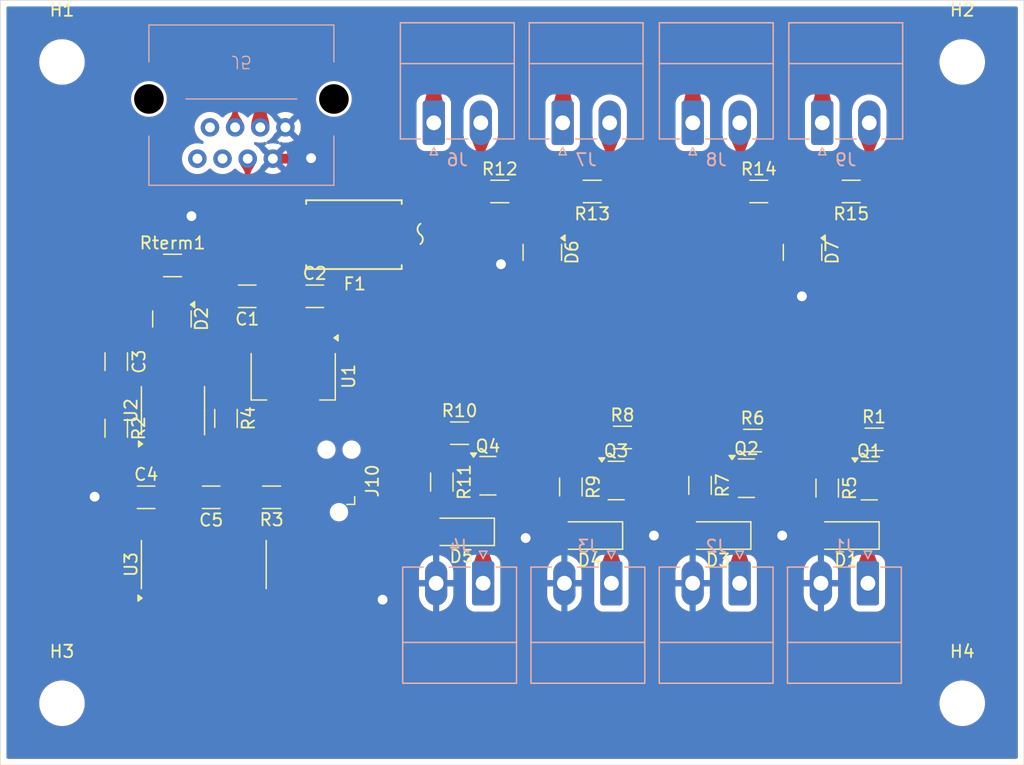
<source format=kicad_pcb>
(kicad_pcb (version 20240108) (generator "pcbnew") (generator_version "8.0")
  (title_block (title "Lamium") (date "2024-11-10") (rev "0.1") (company "B4CKSP4CE") (comment 1 "D. Nourell (@heyflo)") (comment 2 "CERN-OHL-S"))
  (layers (0 "F.Cu" signal) (31 "B.Cu" power) (44 "Edge.Cuts" user))
  (net 0 "")
  (net 1 "GND")
  (net 2 "Net-(U1-VI)")
  (net 3 "+5V")
  (net 4 "Net-(U3-PD7)")
  (net 5 "Net-(D1-K)")
  (net 6 "Net-(D3-K)")
  (net 7 "Net-(D4-K)")
  (net 8 "Net-(D5-K)")
  (net 9 "+12V")
  (net 12 "Net-(Q1-G)")
  (net 13 "Net-(Q2-G)")
  (net 14 "Net-(Q3-G)")
  (net 15 "Net-(Q4-G)")
  (net 16 "OUT1")
  (net 17 "TXEN")
  (net 18 "TX")
  (net 19 "RX")
  (net 20 "OUT2")
  (net 21 "OUT3")
  (net 22 "OUT4")
  (net 23 "SWD")
  (net 24 "IN4")
  (net 25 "IN1")
  (net 26 "IN3")
  (net 27 "STATUS")
  (net 28 "IN2")
  (net 29 "Net-(J6-Pin_2)")
  (net 30 "Net-(J7-Pin_2)")
  (net 31 "Net-(J8-Pin_2)")
  (net 32 "Net-(J9-Pin_2)")
  (net 33 "/485_P")
  (net 34 "/485_N")
  (footprint "Package_TO_SOT_SMD:SOT-23" (layer "F.Cu") (at 177.05 80.4375 -90)
    (property "Reference" "D7" (at 0 -2.4 90) (layer "F.SilkS"))
    (property "Value" "PESD15VS2UT")
    (pad "1" smd roundrect (at -0.9375 -0.95 270) (size 1.475 0.6) (layers "F.Cu" "F.Paste" "F.Mask") (net 24 "IN4"))
    (pad "2" smd roundrect (at -0.9375 0.95 270) (size 1.475 0.6) (layers "F.Cu" "F.Paste" "F.Mask") (net 26 "IN3"))
    (pad "3" smd roundrect (at 0.9375 0 270) (size 1.475 0.6) (layers "F.Cu" "F.Paste" "F.Mask") (net 1 "GND"))
  )
  (footprint "Package_SO:SOIC-8_3.9x4.9mm_P1.27mm" (layer "F.Cu") (at 126 93.275 90)
    (property "Reference" "U2" (at 0 -3.4 90) (layer "F.SilkS"))
    (property "Value" "SN75176BDR")
    (pad "1" smd roundrect (at -2.475 -1.905 90) (size 1.95 0.6) (layers "F.Cu" "F.Paste" "F.Mask") (net 19 "RX"))
    (pad "2" smd roundrect (at -2.475 -0.635 90) (size 1.95 0.6) (layers "F.Cu" "F.Paste" "F.Mask") (net 17 "TXEN"))
    (pad "3" smd roundrect (at -2.475 0.635 90) (size 1.95 0.6) (layers "F.Cu" "F.Paste" "F.Mask") (net 17 "TXEN"))
    (pad "4" smd roundrect (at -2.475 1.905 90) (size 1.95 0.6) (layers "F.Cu" "F.Paste" "F.Mask") (net 18 "TX"))
    (pad "5" smd roundrect (at 2.475 1.905 90) (size 1.95 0.6) (layers "F.Cu" "F.Paste" "F.Mask") (net 1 "GND"))
    (pad "6" smd roundrect (at 2.475 0.635 90) (size 1.95 0.6) (layers "F.Cu" "F.Paste" "F.Mask") (net 34 "/485_N"))
    (pad "7" smd roundrect (at 2.475 -0.635 90) (size 1.95 0.6) (layers "F.Cu" "F.Paste" "F.Mask") (net 33 "/485_P"))
    (pad "8" smd roundrect (at 2.475 -1.905 90) (size 1.95 0.6) (layers "F.Cu" "F.Paste" "F.Mask") (net 3 "+5V"))
  )
  (footprint "Resistor_SMD:R_1206_3216Metric" (layer "F.Cu") (at 149.2375 95.1)
    (property "Reference" "R10" (at 0 -1.82 360) (layer "F.SilkS"))
    (property "Value" "220R")
    (pad "1" smd roundrect (at -1.4625 0) (size 1.125 1.75) (layers "F.Cu" "F.Paste" "F.Mask") (roundrect_rratio 0.222222) (net 15 "Net-(Q4-G)"))
    (pad "2" smd roundrect (at 1.4625 0) (size 1.125 1.75) (layers "F.Cu" "F.Paste" "F.Mask") (roundrect_rratio 0.222222) (net 22 "OUT4"))
  )
  (footprint "Package_TO_SOT_SMD:SOT-23" (layer "F.Cu") (at 161.9375 98.9375)
    (property "Reference" "Q3" (at 0 -2.4 0) (layer "F.SilkS"))
    (property "Value" "AO3402A")
    (pad "1" smd roundrect (at -0.9375 -0.95) (size 1.475 0.6) (layers "F.Cu" "F.Paste" "F.Mask") (net 14 "Net-(Q3-G)"))
    (pad "2" smd roundrect (at -0.9375 0.95) (size 1.475 0.6) (layers "F.Cu" "F.Paste" "F.Mask") (net 1 "GND"))
    (pad "3" smd roundrect (at 0.9375 0) (size 1.475 0.6) (layers "F.Cu" "F.Paste" "F.Mask") (net 7 "Net-(D4-K)"))
  )
  (footprint "Custom:FUSE-SMD_L7.4-W5.4" (layer "F.Cu") (at 140.74 79 180)
    (property "Reference" "F1" (at 0 -4 360) (layer "F.SilkS"))
    (property "Value" "MF-SM075-2")
    (pad "1" smd rect (at -3.74 0 180) (size 2.4 4.6) (layers "F.Cu" "F.Paste" "F.Mask") (net 9 "+12V"))
    (pad "2" smd rect (at 3.74 0 180) (size 2.4 4.6) (layers "F.Cu" "F.Paste" "F.Mask") (net 2 "Net-(U1-VI)"))
  )
  (footprint "Diode_SMD:D_MiniMELF" (layer "F.Cu") (at 149.4 103.1 180)
    (property "Reference" "D5" (at 0 -2 360) (layer "F.SilkS"))
    (property "Value" "LL4448")
    (pad "1" smd roundrect (at -1.75 0 180) (size 1.3 1.7) (layers "F.Cu" "F.Paste" "F.Mask") (roundrect_rratio 0.1923076923) (net 8 "Net-(D5-K)"))
    (pad "2" smd roundrect (at 1.75 0 180) (size 1.3 1.7) (layers "F.Cu" "F.Paste" "F.Mask") (roundrect_rratio 0.1923076923) (net 1 "GND"))
  )
  (footprint "Resistor_SMD:R_1206_3216Metric" (layer "F.Cu") (at 147.8 99.0625 -90)
    (property "Reference" "R11" (at 0 -1.82 90) (layer "F.SilkS"))
    (property "Value" "10K")
    (pad "1" smd roundrect (at -1.4625 0 270) (size 1.125 1.75) (layers "F.Cu" "F.Paste" "F.Mask") (roundrect_rratio 0.222222) (net 15 "Net-(Q4-G)"))
    (pad "2" smd roundrect (at 1.4625 0 270) (size 1.125 1.75) (layers "F.Cu" "F.Paste" "F.Mask") (roundrect_rratio 0.222222) (net 1 "GND"))
  )
  (footprint "Resistor_SMD:R_1206_3216Metric" (layer "F.Cu") (at 158.2625 99.4625 -90)
    (property "Reference" "R9" (at 0 -1.82 90) (layer "F.SilkS"))
    (property "Value" "10K")
    (pad "1" smd roundrect (at -1.4625 0 270) (size 1.125 1.75) (layers "F.Cu" "F.Paste" "F.Mask") (roundrect_rratio 0.222222) (net 14 "Net-(Q3-G)"))
    (pad "2" smd roundrect (at 1.4625 0 270) (size 1.125 1.75) (layers "F.Cu" "F.Paste" "F.Mask") (roundrect_rratio 0.222222) (net 1 "GND"))
  )
  (footprint "Capacitor_SMD:C_1206_3216Metric" (layer "F.Cu") (at 121.4 89.3 -90)
    (property "Reference" "C3" (at 0 -1.85 90) (layer "F.SilkS"))
    (property "Value" "100nF")
    (pad "1" smd roundrect (at -1.475 0 270) (size 1.15 1.8) (layers "F.Cu" "F.Paste" "F.Mask") (roundrect_rratio 0.217391) (net 1 "GND"))
    (pad "2" smd roundrect (at 1.475 0 270) (size 1.15 1.8) (layers "F.Cu" "F.Paste" "F.Mask") (roundrect_rratio 0.217391) (net 3 "+5V"))
  )
  (footprint "Package_TO_SOT_SMD:SOT-23" (layer "F.Cu") (at 155.95 80.4375 -90)
    (property "Reference" "D6" (at 0 -2.4 90) (layer "F.SilkS"))
    (property "Value" "PESD15VS2UT")
    (pad "1" smd roundrect (at -0.9375 -0.95 270) (size 1.475 0.6) (layers "F.Cu" "F.Paste" "F.Mask") (net 28 "IN2"))
    (pad "2" smd roundrect (at -0.9375 0.95 270) (size 1.475 0.6) (layers "F.Cu" "F.Paste" "F.Mask") (net 25 "IN1"))
    (pad "3" smd roundrect (at 0.9375 0 270) (size 1.475 0.6) (layers "F.Cu" "F.Paste" "F.Mask") (net 1 "GND"))
  )
  (footprint "Diode_SMD:D_MiniMELF" (layer "F.Cu") (at 170.2 103.4 180)
    (property "Reference" "D3" (at 0 -2 360) (layer "F.SilkS"))
    (property "Value" "LL4448")
    (pad "1" smd roundrect (at -1.75 0 180) (size 1.3 1.7) (layers "F.Cu" "F.Paste" "F.Mask") (roundrect_rratio 0.1923076923) (net 6 "Net-(D3-K)"))
    (pad "2" smd roundrect (at 1.75 0 180) (size 1.3 1.7) (layers "F.Cu" "F.Paste" "F.Mask") (roundrect_rratio 0.1923076923) (net 1 "GND"))
  )
  (footprint "Package_TO_SOT_SMD:SOT-23" (layer "F.Cu") (at 125.915 85.8375 -90)
    (property "Reference" "D2" (at 0 -2.4 90) (layer "F.SilkS"))
    (property "Value" "PESD15VL2BT")
    (pad "1" smd roundrect (at -0.9375 -0.95 270) (size 1.475 0.6) (layers "F.Cu" "F.Paste" "F.Mask") (net 34 "/485_N"))
    (pad "2" smd roundrect (at -0.9375 0.95 270) (size 1.475 0.6) (layers "F.Cu" "F.Paste" "F.Mask") (net 33 "/485_P"))
    (pad "3" smd roundrect (at 0.9375 0 270) (size 1.475 0.6) (layers "F.Cu" "F.Paste" "F.Mask") (net 1 "GND"))
  )
  (footprint "Connector:Tag-Connect_TC2030-IDC-NL_2x03_P1.27mm_Vertical" (layer "F.Cu") (at 139.465 98.97 90)
    (property "Reference" "J10" (at 0 2.7 90) (layer "F.SilkS"))
    (property "Value" "TC2030-NL")
    (pad "" np_thru_hole circle (at -2.54 0 90) (size 0.9906 0.9906) (drill 0.9906) (layers "*.Cu" "*.Mask"))
    (pad "" np_thru_hole circle (at 2.54 -1.016 90) (size 0.9906 0.9906) (drill 0.9906) (layers "*.Cu" "*.Mask"))
    (pad "" np_thru_hole circle (at 2.54 1.016 90) (size 0.9906 0.9906) (drill 0.9906) (layers "*.Cu" "*.Mask"))
    (pad "1" connect circle (at -1.27 0.635 90) (size 0.7874 0.7874) (layers "F.Cu" "F.Mask"))
    (pad "2" connect circle (at -1.27 -0.635 90) (size 0.7874 0.7874) (layers "F.Cu" "F.Mask") (net 23 "SWD"))
    (pad "3" connect circle (at 0 0.635 90) (size 0.7874 0.7874) (layers "F.Cu" "F.Mask"))
    (pad "4" connect circle (at 0 -0.635 90) (size 0.7874 0.7874) (layers "F.Cu" "F.Mask"))
    (pad "5" connect circle (at 1.27 0.635 90) (size 0.7874 0.7874) (layers "F.Cu" "F.Mask") (net 1 "GND"))
    (pad "6" connect circle (at 1.27 -0.635 90) (size 0.7874 0.7874) (layers "F.Cu" "F.Mask"))
    (zone (net 0) (net_name "") (layer "F.Cu") (connect_pads (clearance 0)) (min_thickness 0.254)
      (keepout (tracks allowed) (vias not_allowed) (pads allowed) (copperpour not_allowed) (footprints not_allowed))
      (fill (thermal_gap 0.508) (thermal_bridge_width 0.508))
      (polygon (pts (xy 138.83 97.7) (xy 138.83 100.24) (xy 140.1 100.24) (xy 140.1 97.7)))
    )
  )
  (footprint "Resistor_SMD:R_1206_3216Metric" (layer "F.Cu") (at 125.965 81.5)
    (property "Reference" "Rterm1" (at 0 -1.82 0) (layer "F.SilkS"))
    (property "Value" "100R")
    (pad "1" smd roundrect (at -1.4625 0) (size 1.125 1.75) (layers "F.Cu" "F.Paste" "F.Mask") (roundrect_rratio 0.222222) (net 33 "/485_P"))
    (pad "2" smd roundrect (at 1.4625 0) (size 1.125 1.75) (layers "F.Cu" "F.Paste" "F.Mask") (roundrect_rratio 0.222222) (net 34 "/485_N"))
  )
  (footprint "Resistor_SMD:R_1206_3216Metric" (layer "F.Cu") (at 181 75.5 180)
    (property "Reference" "R15" (at 0 -1.82 360) (layer "F.SilkS"))
    (property "Value" "470R")
    (pad "1" smd roundrect (at -1.4625 0 180) (size 1.125 1.75) (layers "F.Cu" "F.Paste" "F.Mask") (roundrect_rratio 0.222222) (net 32 "Net-(J9-Pin_2)"))
    (pad "2" smd roundrect (at 1.4625 0 180) (size 1.125 1.75) (layers "F.Cu" "F.Paste" "F.Mask") (roundrect_rratio 0.222222) (net 24 "IN4"))
  )
  (footprint "Capacitor_SMD:C_1206_3216Metric" (layer "F.Cu") (at 137.5 84)
    (property "Reference" "C2" (at 0 -1.85 0) (layer "F.SilkS"))
    (property "Value" "10nF")
    (pad "1" smd roundrect (at -1.475 0) (size 1.15 1.8) (layers "F.Cu" "F.Paste" "F.Mask") (roundrect_rratio 0.217391) (net 3 "+5V"))
    (pad "2" smd roundrect (at 1.475 0) (size 1.15 1.8) (layers "F.Cu" "F.Paste" "F.Mask") (roundrect_rratio 0.217391) (net 1 "GND"))
  )
  (footprint "Capacitor_SMD:C_1206_3216Metric" (layer "F.Cu") (at 129.1 100.3 180)
    (property "Reference" "C5" (at 0 -1.85 360) (layer "F.SilkS"))
    (property "Value" "100pF")
    (pad "1" smd roundrect (at -1.475 0 180) (size 1.15 1.8) (layers "F.Cu" "F.Paste" "F.Mask") (roundrect_rratio 0.217391) (net 4 "Net-(U3-PD7)"))
    (pad "2" smd roundrect (at 1.475 0 180) (size 1.15 1.8) (layers "F.Cu" "F.Paste" "F.Mask") (roundrect_rratio 0.217391) (net 1 "GND"))
  )
  (footprint "Resistor_SMD:R_1206_3216Metric" (layer "F.Cu") (at 134 100.3 180)
    (property "Reference" "R3" (at 0 -1.82 360) (layer "F.SilkS"))
    (property "Value" "4K7")
    (pad "1" smd roundrect (at -1.4625 0 180) (size 1.125 1.75) (layers "F.Cu" "F.Paste" "F.Mask") (roundrect_rratio 0.222222) (net 3 "+5V"))
    (pad "2" smd roundrect (at 1.4625 0 180) (size 1.125 1.75) (layers "F.Cu" "F.Paste" "F.Mask") (roundrect_rratio 0.222222) (net 18 "TX"))
  )
  (footprint "Resistor_SMD:R_1206_3216Metric" (layer "F.Cu") (at 121.4 94.7 -90)
    (property "Reference" "R2" (at 0 -1.82 90) (layer "F.SilkS"))
    (property "Value" "4K7")
    (pad "1" smd roundrect (at -1.4625 0 270) (size 1.125 1.75) (layers "F.Cu" "F.Paste" "F.Mask") (roundrect_rratio 0.222222) (net 3 "+5V"))
    (pad "2" smd roundrect (at 1.4625 0 270) (size 1.125 1.75) (layers "F.Cu" "F.Paste" "F.Mask") (roundrect_rratio 0.222222) (net 17 "TXEN"))
  )
  (footprint "Resistor_SMD:R_1206_3216Metric" (layer "F.Cu") (at 182.85 95.6)
    (property "Reference" "R1" (at 0 -1.82 360) (layer "F.SilkS"))
    (property "Value" "220R")
    (pad "1" smd roundrect (at -1.4625 0) (size 1.125 1.75) (layers "F.Cu" "F.Paste" "F.Mask") (roundrect_rratio 0.222222) (net 12 "Net-(Q1-G)"))
    (pad "2" smd roundrect (at 1.4625 0) (size 1.125 1.75) (layers "F.Cu" "F.Paste" "F.Mask") (roundrect_rratio 0.222222) (net 16 "OUT1"))
  )
  (footprint "MountingHole:MountingHole_3.2mm_M3" (layer "F.Cu") (at 190 65)
    (property "Reference" "H2" (at 0 -4.2 0) (layer "F.SilkS"))
    (property "Value" "MountingHole")
    (pad "" np_thru_hole circle (at 0 0) (size 3.2 3.2) (drill 3.2) (layers "*.Cu" "*.Mask"))
  )
  (footprint "Diode_SMD:D_MiniMELF" (layer "F.Cu") (at 159.8 103.4 180)
    (property "Reference" "D4" (at 0 -2 360) (layer "F.SilkS"))
    (property "Value" "LL4448")
    (pad "1" smd roundrect (at -1.75 0 180) (size 1.3 1.7) (layers "F.Cu" "F.Paste" "F.Mask") (roundrect_rratio 0.1923076923) (net 7 "Net-(D4-K)"))
    (pad "2" smd roundrect (at 1.75 0 180) (size 1.3 1.7) (layers "F.Cu" "F.Paste" "F.Mask") (roundrect_rratio 0.1923076923) (net 1 "GND"))
  )
  (footprint "Resistor_SMD:R_1206_3216Metric" (layer "F.Cu") (at 162.45 95.45)
    (property "Reference" "R8" (at 0 -1.82 0) (layer "F.SilkS"))
    (property "Value" "220R")
    (pad "1" smd roundrect (at -1.4625 0) (size 1.125 1.75) (layers "F.Cu" "F.Paste" "F.Mask") (roundrect_rratio 0.222222) (net 14 "Net-(Q3-G)"))
    (pad "2" smd roundrect (at 1.4625 0) (size 1.125 1.75) (layers "F.Cu" "F.Paste" "F.Mask") (roundrect_rratio 0.222222) (net 21 "OUT3"))
  )
  (footprint "Capacitor_SMD:C_1206_3216Metric" (layer "F.Cu") (at 123.825 100.3)
    (property "Reference" "C4" (at 0 -1.85 360) (layer "F.SilkS"))
    (property "Value" "100nF")
    (pad "1" smd roundrect (at -1.475 0) (size 1.15 1.8) (layers "F.Cu" "F.Paste" "F.Mask") (roundrect_rratio 0.217391) (net 1 "GND"))
    (pad "2" smd roundrect (at 1.475 0) (size 1.15 1.8) (layers "F.Cu" "F.Paste" "F.Mask") (roundrect_rratio 0.217391) (net 3 "+5V"))
  )
  (footprint "Package_TO_SOT_SMD:SOT-223-3_TabPin2" (layer "F.Cu") (at 135.75 90.5 -90)
    (property "Reference" "U1" (at 0 -4.5 90) (layer "F.SilkS"))
    (property "Value" "AMS1117-5.0")
    (pad "1" smd roundrect (at -3.15 -2.3 270) (size 2 1.5) (layers "F.Cu" "F.Paste" "F.Mask") (net 1 "GND"))
    (pad "2" smd roundrect (at -3.15 0 270) (size 2 1.5) (layers "F.Cu" "F.Paste" "F.Mask") (net 3 "+5V"))
    (pad "2" smd roundrect (at 3.15 0 270) (size 2 3.8) (layers "F.Cu" "F.Paste" "F.Mask") (net 3 "+5V"))
    (pad "3" smd roundrect (at -3.15 2.3 270) (size 2 1.5) (layers "F.Cu" "F.Paste" "F.Mask") (net 2 "Net-(U1-VI)"))
  )
  (footprint "Resistor_SMD:R_1206_3216Metric" (layer "F.Cu") (at 179.05 99.55 -90)
    (property "Reference" "R5" (at 0 -1.82 90) (layer "F.SilkS"))
    (property "Value" "10K")
    (pad "1" smd roundrect (at -1.4625 0 270) (size 1.125 1.75) (layers "F.Cu" "F.Paste" "F.Mask") (roundrect_rratio 0.222222) (net 12 "Net-(Q1-G)"))
    (pad "2" smd roundrect (at 1.4625 0 270) (size 1.125 1.75) (layers "F.Cu" "F.Paste" "F.Mask") (roundrect_rratio 0.222222) (net 1 "GND"))
  )
  (footprint "Package_TO_SOT_SMD:SOT-23" (layer "F.Cu") (at 151.5375 98.55)
    (property "Reference" "Q4" (at 0 -2.4 0) (layer "F.SilkS"))
    (property "Value" "AO3402A")
    (pad "1" smd roundrect (at -0.9375 -0.95) (size 1.475 0.6) (layers "F.Cu" "F.Paste" "F.Mask") (net 15 "Net-(Q4-G)"))
    (pad "2" smd roundrect (at -0.9375 0.95) (size 1.475 0.6) (layers "F.Cu" "F.Paste" "F.Mask") (net 1 "GND"))
    (pad "3" smd roundrect (at 0.9375 0) (size 1.475 0.6) (layers "F.Cu" "F.Paste" "F.Mask") (net 8 "Net-(D5-K)"))
  )
  (footprint "Resistor_SMD:R_1206_3216Metric" (layer "F.Cu") (at 152.5 75.5)
    (property "Reference" "R12" (at 0 -1.82 360) (layer "F.SilkS"))
    (property "Value" "470R")
    (pad "1" smd roundrect (at -1.4625 0) (size 1.125 1.75) (layers "F.Cu" "F.Paste" "F.Mask") (roundrect_rratio 0.222222) (net 29 "Net-(J6-Pin_2)"))
    (pad "2" smd roundrect (at 1.4625 0) (size 1.125 1.75) (layers "F.Cu" "F.Paste" "F.Mask") (roundrect_rratio 0.222222) (net 25 "IN1"))
  )
  (footprint "MountingHole:MountingHole_3.2mm_M3" (layer "F.Cu") (at 117 65)
    (property "Reference" "H1" (at 0 -4.2 0) (layer "F.SilkS"))
    (property "Value" "MountingHole")
    (pad "" np_thru_hole circle (at 0 0) (size 3.2 3.2) (drill 3.2) (layers "*.Cu" "*.Mask"))
  )
  (footprint "Package_TO_SOT_SMD:SOT-23" (layer "F.Cu") (at 172.5 98.75)
    (property "Reference" "Q2" (at 0 -2.4 0) (layer "F.SilkS"))
    (property "Value" "AO3402A")
    (pad "1" smd roundrect (at -0.9375 -0.95) (size 1.475 0.6) (layers "F.Cu" "F.Paste" "F.Mask") (net 13 "Net-(Q2-G)"))
    (pad "2" smd roundrect (at -0.9375 0.95) (size 1.475 0.6) (layers "F.Cu" "F.Paste" "F.Mask") (net 1 "GND"))
    (pad "3" smd roundrect (at 0.9375 0) (size 1.475 0.6) (layers "F.Cu" "F.Paste" "F.Mask") (net 6 "Net-(D3-K)"))
  )
  (footprint "Package_TO_SOT_SMD:SOT-23" (layer "F.Cu") (at 182.4625 98.95)
    (property "Reference" "Q1" (at 0 -2.4 0) (layer "F.SilkS"))
    (property "Value" "AO3402A")
    (pad "1" smd roundrect (at -0.9375 -0.95) (size 1.475 0.6) (layers "F.Cu" "F.Paste" "F.Mask") (net 12 "Net-(Q1-G)"))
    (pad "2" smd roundrect (at -0.9375 0.95) (size 1.475 0.6) (layers "F.Cu" "F.Paste" "F.Mask") (net 1 "GND"))
    (pad "3" smd roundrect (at 0.9375 0) (size 1.475 0.6) (layers "F.Cu" "F.Paste" "F.Mask") (net 5 "Net-(D1-K)"))
  )
  (footprint "Resistor_SMD:R_1206_3216Metric" (layer "F.Cu") (at 160 75.5 180)
    (property "Reference" "R13" (at 0 -1.82 360) (layer "F.SilkS"))
    (property "Value" "470R")
    (pad "1" smd roundrect (at -1.4625 0 180) (size 1.125 1.75) (layers "F.Cu" "F.Paste" "F.Mask") (roundrect_rratio 0.222222) (net 30 "Net-(J7-Pin_2)"))
    (pad "2" smd roundrect (at 1.4625 0 180) (size 1.125 1.75) (layers "F.Cu" "F.Paste" "F.Mask") (roundrect_rratio 0.222222) (net 28 "IN2"))
  )
  (footprint "MountingHole:MountingHole_3.2mm_M3" (layer "F.Cu") (at 190 117)
    (property "Reference" "H4" (at 0 -4.2 0) (layer "F.SilkS"))
    (property "Value" "MountingHole")
    (pad "" np_thru_hole circle (at 0 0) (size 3.2 3.2) (drill 3.2) (layers "*.Cu" "*.Mask"))
  )
  (footprint "Capacitor_SMD:C_1206_3216Metric" (layer "F.Cu") (at 132.025 84 180)
    (property "Reference" "C1" (at 0 -1.85 360) (layer "F.SilkS"))
    (property "Value" "10nF")
    (pad "1" smd roundrect (at -1.475 0 180) (size 1.15 1.8) (layers "F.Cu" "F.Paste" "F.Mask") (roundrect_rratio 0.217391) (net 2 "Net-(U1-VI)"))
    (pad "2" smd roundrect (at 1.475 0 180) (size 1.15 1.8) (layers "F.Cu" "F.Paste" "F.Mask") (roundrect_rratio 0.217391) (net 1 "GND"))
  )
  (footprint "Resistor_SMD:R_1206_3216Metric" (layer "F.Cu") (at 168.7375 99.3375 -90)
    (property "Reference" "R7" (at 0 -1.82 90) (layer "F.SilkS"))
    (property "Value" "10K")
    (pad "1" smd roundrect (at -1.4625 0 270) (size 1.125 1.75) (layers "F.Cu" "F.Paste" "F.Mask") (roundrect_rratio 0.222222) (net 13 "Net-(Q2-G)"))
    (pad "2" smd roundrect (at 1.4625 0 270) (size 1.125 1.75) (layers "F.Cu" "F.Paste" "F.Mask") (roundrect_rratio 0.222222) (net 1 "GND"))
  )
  (footprint "Resistor_SMD:R_1206_3216Metric" (layer "F.Cu") (at 130.3 93.9 -90)
    (property "Reference" "R4" (at 0 -1.82 90) (layer "F.SilkS"))
    (property "Value" "4K7")
    (pad "1" smd roundrect (at -1.4625 0 270) (size 1.125 1.75) (layers "F.Cu" "F.Paste" "F.Mask") (roundrect_rratio 0.222222) (net 3 "+5V"))
    (pad "2" smd roundrect (at 1.4625 0 270) (size 1.125 1.75) (layers "F.Cu" "F.Paste" "F.Mask") (roundrect_rratio 0.222222) (net 19 "RX"))
  )
  (footprint "Package_SO:SOP-16_3.9x9.9mm_P1.27mm" (layer "F.Cu") (at 128.5 105.75 90)
    (property "Reference" "U3" (at 0 -5.9 90) (layer "F.SilkS"))
    (property "Value" "CH32V003AxMx")
    (pad "1" smd roundrect (at -2.5 -4.445 90) (size 2 0.6) (layers "F.Cu" "F.Paste" "F.Mask") (net 21 "OUT3"))
    (pad "2" smd roundrect (at -2.5 -3.175 90) (size 2 0.6) (layers "F.Cu" "F.Paste" "F.Mask") (net 20 "OUT2"))
    (pad "3" smd roundrect (at -2.5 -1.905 90) (size 2 0.6) (layers "F.Cu" "F.Paste" "F.Mask") (net 16 "OUT1"))
    (pad "4" smd roundrect (at -2.5 -0.635 90) (size 2 0.6) (layers "F.Cu" "F.Paste" "F.Mask") (net 26 "IN3"))
    (pad "5" smd roundrect (at -2.5 0.635 90) (size 2 0.6) (layers "F.Cu" "F.Paste" "F.Mask") (net 24 "IN4"))
    (pad "6" smd roundrect (at -2.5 1.905 90) (size 2 0.6) (layers "F.Cu" "F.Paste" "F.Mask") (net 25 "IN1"))
    (pad "7" smd roundrect (at -2.5 3.175 90) (size 2 0.6) (layers "F.Cu" "F.Paste" "F.Mask") (net 23 "SWD"))
    (pad "8" smd roundrect (at -2.5 4.445 90) (size 2 0.6) (layers "F.Cu" "F.Paste" "F.Mask") (net 28 "IN2"))
    (pad "9" smd roundrect (at 2.5 4.445 90) (size 2 0.6) (layers "F.Cu" "F.Paste" "F.Mask") (net 18 "TX"))
    (pad "10" smd roundrect (at 2.5 3.175 90) (size 2 0.6) (layers "F.Cu" "F.Paste" "F.Mask") (net 19 "RX"))
    (pad "11" smd roundrect (at 2.5 1.905 90) (size 2 0.6) (layers "F.Cu" "F.Paste" "F.Mask") (net 4 "Net-(U3-PD7)"))
    (pad "12" smd roundrect (at 2.5 0.635 90) (size 2 0.6) (layers "F.Cu" "F.Paste" "F.Mask") (net 17 "TXEN"))
    (pad "13" smd roundrect (at 2.5 -0.635 90) (size 2 0.6) (layers "F.Cu" "F.Paste" "F.Mask") (net 27 "STATUS"))
    (pad "14" smd roundrect (at 2.5 -1.905 90) (size 2 0.6) (layers "F.Cu" "F.Paste" "F.Mask") (net 1 "GND"))
    (pad "15" smd roundrect (at 2.5 -3.175 90) (size 2 0.6) (layers "F.Cu" "F.Paste" "F.Mask") (net 3 "+5V"))
    (pad "16" smd roundrect (at 2.5 -4.445 90) (size 2 0.6) (layers "F.Cu" "F.Paste" "F.Mask") (net 22 "OUT4"))
  )
  (footprint "MountingHole:MountingHole_3.2mm_M3" (layer "F.Cu") (at 117 117)
    (property "Reference" "H3" (at 0 -4.2 0) (layer "F.SilkS"))
    (property "Value" "MountingHole")
    (pad "" np_thru_hole circle (at 0 0) (size 3.2 3.2) (drill 3.2) (layers "*.Cu" "*.Mask"))
  )
  (footprint "Diode_SMD:D_MiniMELF" (layer "F.Cu") (at 180.6 103.4 180)
    (property "Reference" "D1" (at 0 -2 360) (layer "F.SilkS"))
    (property "Value" "LL4448")
    (pad "1" smd roundrect (at -1.75 0 180) (size 1.3 1.7) (layers "F.Cu" "F.Paste" "F.Mask") (roundrect_rratio 0.1923076923) (net 5 "Net-(D1-K)"))
    (pad "2" smd roundrect (at 1.75 0 180) (size 1.3 1.7) (layers "F.Cu" "F.Paste" "F.Mask") (roundrect_rratio 0.1923076923) (net 1 "GND"))
  )
  (footprint "Resistor_SMD:R_1206_3216Metric" (layer "F.Cu") (at 173.5 75.5)
    (property "Reference" "R14" (at 0 -1.82 360) (layer "F.SilkS"))
    (property "Value" "470R")
    (pad "1" smd roundrect (at -1.4625 0) (size 1.125 1.75) (layers "F.Cu" "F.Paste" "F.Mask") (roundrect_rratio 0.222222) (net 31 "Net-(J8-Pin_2)"))
    (pad "2" smd roundrect (at 1.4625 0) (size 1.125 1.75) (layers "F.Cu" "F.Paste" "F.Mask") (roundrect_rratio 0.222222) (net 26 "IN3"))
  )
  (footprint "Resistor_SMD:R_1206_3216Metric" (layer "F.Cu") (at 173 95.7)
    (property "Reference" "R6" (at 0 -1.82 360) (layer "F.SilkS"))
    (property "Value" "220R")
    (pad "1" smd roundrect (at -1.4625 0) (size 1.125 1.75) (layers "F.Cu" "F.Paste" "F.Mask") (roundrect_rratio 0.222222) (net 13 "Net-(Q2-G)"))
    (pad "2" smd roundrect (at 1.4625 0) (size 1.125 1.75) (layers "F.Cu" "F.Paste" "F.Mask") (roundrect_rratio 0.222222) (net 20 "OUT2"))
  )
  (footprint "Custom:Connfly_DS1134" (layer "B.Cu") (at 131.55 68)
    (property "Reference" "J5" (at 0 -3 180) (layer "B.SilkS") (effects (font (thickness 0.1)) (justify mirror)))
    (property "Value" "8P8C")
    (pad "" np_thru_hole circle (at -7.5 0) (size 4 4) (drill 2.4) (layers "*.Mask"))
    (pad "" np_thru_hole circle (at 7.5 0) (size 4 4) (drill 2.4) (layers "*.Mask"))
    (pad "1" thru_hole circle (at -3.57 4.84) (size 1.5 1.5) (drill 0.8) (layers "*.Cu" "*.Mask"))
    (pad "2" thru_hole circle (at -2.55 2.3) (size 1.5 1.5) (drill 0.8) (layers "*.Cu" "*.Mask"))
    (pad "3" thru_hole circle (at -1.53 4.84) (size 1.5 1.5) (drill 0.8) (layers "*.Cu" "*.Mask"))
    (pad "4" thru_hole circle (at -0.51 2.3) (size 1.5 1.5) (drill 0.8) (layers "*.Cu" "*.Mask") (net 33 "/485_P"))
    (pad "5" thru_hole circle (at 0.51 4.84) (size 1.5 1.5) (drill 0.8) (layers "*.Cu" "*.Mask") (net 34 "/485_N"))
    (pad "6" thru_hole circle (at 1.53 2.3) (size 1.5 1.5) (drill 0.8) (layers "*.Cu" "*.Mask") (net 9 "+12V"))
    (pad "7" thru_hole circle (at 2.55 4.84) (size 1.5 1.5) (drill 0.8) (layers "*.Cu" "*.Mask") (net 1 "GND"))
    (pad "8" thru_hole circle (at 3.57 2.3) (size 1.5 1.5) (drill 0.8) (layers "*.Cu" "*.Mask") (net 1 "GND"))
  )
  (footprint "Connector_Phoenix_MC:PhoenixContact_MC_1,5_2-G-3.81_1x02_P3.81mm_Horizontal" (layer "B.Cu") (at 147.15 69.9325)
    (property "Reference" "J6" (at 1.9 3 0) (layer "B.SilkS") (effects (justify mirror)))
    (property "Value" "MC 1,5/2G-3,81")
    (pad "1" thru_hole roundrect (at 0 0) (size 1.8 3.6) (drill 1.2) (layers "*.Cu" "*.Mask") (roundrect_rratio 0.138889) (net 9 "+12V"))
    (pad "2" thru_hole oval (at 3.81 0) (size 1.8 3.6) (drill 1.2) (layers "*.Cu" "*.Mask") (net 29 "Net-(J6-Pin_2)"))
  )
  (footprint "Connector_Phoenix_MC:PhoenixContact_MC_1,5_2-G-3.81_1x02_P3.81mm_Horizontal" (layer "B.Cu") (at 151.15 107.2675 180)
    (property "Reference" "J4" (at 1.9 3 0) (layer "B.SilkS") (effects (justify mirror)))
    (property "Value" "MC 1,5/2G-3,81")
    (pad "1" thru_hole roundrect (at 0 0 180) (size 1.8 3.6) (drill 1.2) (layers "*.Cu" "*.Mask") (roundrect_rratio 0.138889) (net 8 "Net-(D5-K)"))
    (pad "2" thru_hole oval (at 3.81 0 180) (size 1.8 3.6) (drill 1.2) (layers "*.Cu" "*.Mask") (net 1 "GND"))
  )
  (footprint "Connector_Phoenix_MC:PhoenixContact_MC_1,5_2-G-3.81_1x02_P3.81mm_Horizontal" (layer "B.Cu") (at 171.95 107.2675 180)
    (property "Reference" "J2" (at 1.9 3 0) (layer "B.SilkS") (effects (justify mirror)))
    (property "Value" "MC 1,5/2G-3,81")
    (pad "1" thru_hole roundrect (at 0 0 180) (size 1.8 3.6) (drill 1.2) (layers "*.Cu" "*.Mask") (roundrect_rratio 0.138889) (net 6 "Net-(D3-K)"))
    (pad "2" thru_hole oval (at 3.81 0 180) (size 1.8 3.6) (drill 1.2) (layers "*.Cu" "*.Mask") (net 1 "GND"))
  )
  (footprint "Connector_Phoenix_MC:PhoenixContact_MC_1,5_2-G-3.81_1x02_P3.81mm_Horizontal" (layer "B.Cu") (at 182.35 107.2675 180)
    (property "Reference" "J1" (at 1.9 3 0) (layer "B.SilkS") (effects (justify mirror)))
    (property "Value" "MC 1,5/2G-3,81")
    (pad "1" thru_hole roundrect (at 0 0 180) (size 1.8 3.6) (drill 1.2) (layers "*.Cu" "*.Mask") (roundrect_rratio 0.138889) (net 5 "Net-(D1-K)"))
    (pad "2" thru_hole oval (at 3.81 0 180) (size 1.8 3.6) (drill 1.2) (layers "*.Cu" "*.Mask") (net 1 "GND"))
  )
  (footprint "Connector_Phoenix_MC:PhoenixContact_MC_1,5_2-G-3.81_1x02_P3.81mm_Horizontal" (layer "B.Cu") (at 168.15 69.9325)
    (property "Reference" "J8" (at 1.9 3 0) (layer "B.SilkS") (effects (justify mirror)))
    (property "Value" "MC 1,5/2G-3,81")
    (pad "1" thru_hole roundrect (at 0 0) (size 1.8 3.6) (drill 1.2) (layers "*.Cu" "*.Mask") (roundrect_rratio 0.138889) (net 9 "+12V"))
    (pad "2" thru_hole oval (at 3.81 0) (size 1.8 3.6) (drill 1.2) (layers "*.Cu" "*.Mask") (net 31 "Net-(J8-Pin_2)"))
  )
  (footprint "Connector_Phoenix_MC:PhoenixContact_MC_1,5_2-G-3.81_1x02_P3.81mm_Horizontal" (layer "B.Cu") (at 178.65 69.9325)
    (property "Reference" "J9" (at 1.9 3 0) (layer "B.SilkS") (effects (justify mirror)))
    (property "Value" "MC 1,5/2G-3,81")
    (pad "1" thru_hole roundrect (at 0 0) (size 1.8 3.6) (drill 1.2) (layers "*.Cu" "*.Mask") (roundrect_rratio 0.138889) (net 9 "+12V"))
    (pad "2" thru_hole oval (at 3.81 0) (size 1.8 3.6) (drill 1.2) (layers "*.Cu" "*.Mask") (net 32 "Net-(J9-Pin_2)"))
  )
  (footprint "Connector_Phoenix_MC:PhoenixContact_MC_1,5_2-G-3.81_1x02_P3.81mm_Horizontal" (layer "B.Cu") (at 161.55 107.2675 180)
    (property "Reference" "J3" (at 1.9 3 0) (layer "B.SilkS") (effects (justify mirror)))
    (property "Value" "MC 1,5/2G-3,81")
    (pad "1" thru_hole roundrect (at 0 0 180) (size 1.8 3.6) (drill 1.2) (layers "*.Cu" "*.Mask") (roundrect_rratio 0.138889) (net 7 "Net-(D4-K)"))
    (pad "2" thru_hole oval (at 3.81 0 180) (size 1.8 3.6) (drill 1.2) (layers "*.Cu" "*.Mask") (net 1 "GND"))
  )
  (footprint "Connector_Phoenix_MC:PhoenixContact_MC_1,5_2-G-3.81_1x02_P3.81mm_Horizontal" (layer "B.Cu") (at 157.6 69.9325)
    (property "Reference" "J7" (at 1.9 3 0) (layer "B.SilkS") (effects (justify mirror)))
    (property "Value" "MC 1,5/2G-3,81")
    (pad "1" thru_hole roundrect (at 0 0) (size 1.8 3.6) (drill 1.2) (layers "*.Cu" "*.Mask") (roundrect_rratio 0.138889) (net 9 "+12V"))
    (pad "2" thru_hole oval (at 3.81 0) (size 1.8 3.6) (drill 1.2) (layers "*.Cu" "*.Mask") (net 30 "Net-(J7-Pin_2)"))
  )
  (gr_rect (start 112 60) (end 195 122) (stroke (width 0.05)) (fill none) (layer "Edge.Cuts"))
  (segment (start 126.595 103.25) (end 126.595 101.33) (width 0.4) (layer "F.Cu") (net 1))
  (segment (start 141.7 97.7) (end 141.7 87.35) (width 0.4) (layer "F.Cu") (net 1))
  (segment (start 158.05 103.4) (end 158.05 101.1375) (width 0.4) (layer "F.Cu") (net 1))
  (segment (start 178.85 103.4) (end 178.85 101.2125) (width 0.4) (layer "F.Cu") (net 1))
  (segment (start 141.7 87.35) (end 138.05 87.35) (width 0.4) (layer "F.Cu") (net 1))
  (segment (start 158.4 99.8) (end 160.9125 99.8) (width 0.4) (layer "F.Cu") (net 1))
  (segment (start 147.65 103.1) (end 147.65 100.675) (width 0.4) (layer "F.Cu") (net 1))
  (segment (start 168.45 103.4) (end 168.45 101.0875) (width 0.4) (layer "F.Cu") (net 1))
  (segment (start 147.8 99.5) (end 150.6 99.5) (width 0.4) (layer "F.Cu") (net 1))
  (segment (start 179.05 99.9) (end 181.525 99.9) (width 0.4) (layer "F.Cu") (net 1))
  (segment (start 158.2625 99.9375) (end 158.4 99.8) (width 0.4) (layer "F.Cu") (net 1))
  (segment (start 168.7375 100.8) (end 168.7375 99.7) (width 0.4) (layer "F.Cu") (net 1))
  (segment (start 147.8 100.525) (end 147.8 99.5) (width 0.4) (layer "F.Cu") (net 1))
  (segment (start 126.595 101.33) (end 127.625 100.3) (width 0.4) (layer "F.Cu") (net 1))
  (segment (start 137.16 72.84) (end 137.2 72.8) (width 0.8) (layer "F.Cu") (net 1))
  (segment (start 134.1 72.84) (end 137.16 72.84) (width 0.8) (layer "F.Cu") (net 1))
  (segment (start 179.05 101.0125) (end 179.05 99.9) (width 0.4) (layer "F.Cu") (net 1))
  (segment (start 168.7375 99.7) (end 171.5625 99.7) (width 0.4) (layer "F.Cu") (net 1))
  (segment (start 140.1 97.7) (end 141.7 97.7) (width 0.4) (layer "F.Cu") (net 1))
  (segment (start 158.2625 100.925) (end 158.2625 99.9375) (width 0.4) (layer "F.Cu") (net 1))
  (via (at 137.2 72.8) (size 1.5) (drill 0.8) (layers "F.Cu" "B.Cu") (net 1))
  (via (at 177 84) (size 1.5) (drill 0.8) (layers "F.Cu" "B.Cu") (net 1))
  (via (at 175.4 103.4) (size 1.5) (drill 0.8) (layers "F.Cu" "B.Cu") (net 1))
  (via (at 119.65 100.25) (size 1.5) (drill 0.8) (layers "F.Cu" "B.Cu") (net 1))
  (via (at 152.6 81.4) (size 1.5) (drill 0.8) (layers "F.Cu" "B.Cu") (net 1))
  (via (at 165 103.4) (size 1.5) (drill 0.8) (layers "F.Cu" "B.Cu") (net 1))
  (via (at 143 108.6) (size 1.5) (drill 0.8) (layers "F.Cu" "B.Cu") (net 1))
  (via (at 154.6 103.6) (size 1.5) (drill 0.8) (layers "F.Cu" "B.Cu") (net 1))
  (via (at 127.5 77.5) (size 1.5) (drill 0.8) (layers "F.Cu" "B.Cu") (net 1))
  (segment (start 133.45 87.35) (end 133.45 84.525) (width 0.4) (layer "F.Cu") (net 2))
  (segment (start 133.5 81.625844) (end 136.125844 79) (width 0.4) (layer "F.Cu") (net 2))
  (segment (start 133.5 84) (end 133.5 81.625844) (width 0.4) (layer "F.Cu") (net 2))
  (segment (start 135.5 100.3375) (end 135.5 103.891187) (width 0.4) (layer "F.Cu") (net 3))
  (segment (start 136 83.5) (end 136 87.325) (width 0.4) (layer "F.Cu") (net 3))
  (segment (start 134.2 90.4) (end 135.75 90.4) (width 0.4) (layer "F.Cu") (net 3))
  (segment (start 130.3 92.4375) (end 132.1625 92.4375) (width 0.4) (layer "F.Cu") (net 3))
  (segment (start 133.691187 105.7) (end 125.325 105.7) (width 0.4) (layer "F.Cu") (net 3))
  (segment (start 132.1625 92.4375) (end 134.2 90.4) (width 0.4) (layer "F.Cu") (net 3))
  (segment (start 124.095 90.8) (end 121.825 90.8) (width 0.4) (layer "F.Cu") (net 3))
  (segment (start 124.095 90.8) (end 124.095 92.4375) (width 0.4) (layer "F.Cu") (net 3))
  (segment (start 125.325 105.7) (end 125.325 103.25) (width 0.4) (layer "F.Cu") (net 3))
  (segment (start 135.4625 100.3) (end 135.4625 97.1375) (width 0.4) (layer "F.Cu") (net 3))
  (segment (start 135.4625 97.1375) (end 135.8 96.8) (width 0.4) (layer "F.Cu") (net 3))
  (segment (start 125.325 103.25) (end 125.325 100.325) (width 0.4) (layer "F.Cu") (net 3))
  (segment (start 121.4 90.775) (end 121.4 93.2375) (width 0.4) (layer "F.Cu") (net 3))
  (segment (start 135.75 87.35) (end 135.75 93.65) (width 0.4) (layer "F.Cu") (net 3))
  (segment (start 135.5 103.891187) (end 133.691187 105.7) (width 0.4) (layer "F.Cu") (net 3))
  (segment (start 135.8 96.8) (end 135.8 93.7) (width 0.4) (layer "F.Cu") (net 3))
  (segment (start 124.095 92.4375) (end 130.3 92.4375) (width 0.4) (layer "F.Cu") (net 3))
  (segment (start 130.405 103.25) (end 130.405 100.795) (width 0.4) (layer "F.Cu") (net 4))
  (segment (start 182.35 107.2675) (end 182.35 103.7) (width 0.8) (layer "F.Cu") (net 5))
  (segment (start 182.35 101.25) (end 183.4 100.2) (width 0.4) (layer "F.Cu") (net 5))
  (segment (start 183.4 100.2) (end 183.4 98.95) (width 0.4) (layer "F.Cu") (net 5))
  (segment (start 182.35 103.4) (end 182.35 101.25) (width 0.4) (layer "F.Cu") (net 5))
  (segment (start 171.95 101.25) (end 173.4375 99.7625) (width 0.4) (layer "F.Cu") (net 6))
  (segment (start 173.4375 99.7625) (end 173.4375 98.75) (width 0.4) (layer "F.Cu") (net 6))
  (segment (start 171.95 107.2675) (end 171.95 103.7) (width 0.8) (layer "F.Cu") (net 6))
  (segment (start 171.95 103.4) (end 171.95 101.25) (width 0.4) (layer "F.Cu") (net 6))
  (segment (start 161.55 101.45) (end 162.875 100.125) (width 0.4) (layer "F.Cu") (net 7))
  (segment (start 161.55 107.2675) (end 161.55 103.7) (width 0.8) (layer "F.Cu") (net 7))
  (segment (start 161.55 103.4) (end 161.55 101.45) (width 0.4) (layer "F.Cu") (net 7))
  (segment (start 162.875 100.125) (end 162.875 98.9375) (width 0.4) (layer "F.Cu") (net 7))
  (segment (start 151.15 106.9675) (end 151.15 103.4) (width 0.8) (layer "F.Cu") (net 8))
  (segment (start 151.15 103.1) (end 151.15 101.05) (width 0.4) (layer "F.Cu") (net 8))
  (segment (start 152.475 99.725) (end 152.475 98.55) (width 0.4) (layer "F.Cu") (net 8))
  (segment (start 151.15 101.05) (end 152.475 99.725) (width 0.4) (layer "F.Cu") (net 8))
  (segment (start 168.15 65.35) (end 168.15 69.9325) (width 1) (layer "F.Cu") (net 9))
  (segment (start 134.4 65) (end 142.5 65) (width 1) (layer "F.Cu") (net 9))
  (segment (start 144.5 74.5) (end 144.5 78.98) (width 1) (layer "F.Cu") (net 9))
  (segment (start 142.5 65) (end 147 65) (width 1) (layer "F.Cu") (net 9))
  (segment (start 147 65) (end 157.5 65) (width 1) (layer "F.Cu") (net 9))
  (segment (start 142.5 65) (end 142.5 72.5) (width 1) (layer "F.Cu") (net 9))
  (segment (start 142.5 72.5) (end 144.5 74.5) (width 1) (layer "F.Cu") (net 9))
  (segment (start 177.3 65) (end 178.65 66.35) (width 1) (layer "F.Cu") (net 9))
  (segment (start 157.65 65.15) (end 157.5 65) (width 0.4) (layer "F.Cu") (net 9))
  (segment (start 147 65) (end 147.15 65.15) (width 1) (layer "F.Cu") (net 9))
  (segment (start 157.65 69.9325) (end 157.65 65.15) (width 1) (layer "F.Cu") (net 9))
  (segment (start 133.08 66.32) (end 134.4 65) (width 1) (layer "F.Cu") (net 9))
  (segment (start 157.5 65) (end 177.3 65) (width 1) (layer "F.Cu") (net 9))
  (segment (start 178.65 66.35) (end 178.65 69.9325) (width 1) (layer "F.Cu") (net 9))
  (segment (start 133.08 70.3) (end 133.08 66.32) (width 1) (layer "F.Cu") (net 9))
  (segment (start 147.15 65.15) (end 147.15 69.9325) (width 1) (layer "F.Cu") (net 9))
  (segment (start 181.3875 97.8625) (end 181.525 98) (width 0.4) (layer "F.Cu") (net 12))
  (segment (start 181.3875 95.6) (end 181.3875 97.8625) (width 0.4) (layer "F.Cu") (net 12))
  (segment (start 179.05 98.0875) (end 181.4375 98.0875) (width 0.4) (layer "F.Cu") (net 12))
  (segment (start 168.7375 97.875) (end 171.4875 97.875) (width 0.4) (layer "F.Cu") (net 13))
  (segment (start 171.5625 97.8) (end 171.5625 95.725) (width 0.4) (layer "F.Cu") (net 13))
  (segment (start 161 97.9875) (end 161 95.4625) (width 0.4) (layer "F.Cu") (net 14))
  (segment (start 158.2625 98) (end 160.95 98) (width 0.4) (layer "F.Cu") (net 14))
  (segment (start 147.8 97.6) (end 150.55 97.6) (width 0.4) (layer "F.Cu") (net 15))
  (segment (start 147.8 97.6) (end 147.8 94.6) (width 0.4) (layer "F.Cu") (net 15))
  (segment (start 137.73137 112.4) (end 139.68137 110.45) (width 0.4) (layer "F.Cu") (net 16))
  (segment (start 187.25 95.6) (end 184.3125 95.6) (width 0.4) (layer "F.Cu") (net 16))
  (segment (start 185.76863 110.45) (end 187.25 108.96863) (width 0.4) (layer "F.Cu") (net 16))
  (segment (start 126.595 108.25) (end 126.595 109.857745) (width 0.4) (layer "F.Cu") (net 16))
  (segment (start 187.25 108.96863) (end 187.25 95.6) (width 0.4) (layer "F.Cu") (net 16))
  (segment (start 129.137255 112.4) (end 137.73137 112.4) (width 0.4) (layer "F.Cu") (net 16))
  (segment (start 139.68137 110.45) (end 185.76863 110.45) (width 0.4) (layer "F.Cu") (net 16))
  (segment (start 126.595 109.857745) (end 129.137255 112.4) (width 0.4) (layer "F.Cu") (net 16))
  (segment (start 129.135 98.6) (end 129.135 103.135) (width 0.4) (layer "F.Cu") (net 17))
  (segment (start 126.635 97.266371) (end 127.968629 98.6) (width 0.4) (layer "F.Cu") (net 17))
  (segment (start 121.4 97.7) (end 121.4 96.1625) (width 0.4) (layer "F.Cu") (net 17))
  (segment (start 125.365 95.75) (end 125.365 97.7) (width 0.4) (layer "F.Cu") (net 17))
  (segment (start 125.365 95.75) (end 126.635 95.75) (width 0.6) (layer "F.Cu") (net 17))
  (segment (start 126.635 95.635) (end 126.635 97.266371) (width 0.4) (layer "F.Cu") (net 17))
  (segment (start 127.968629 98.6) (end 129.135 98.6) (width 0.4) (layer "F.Cu") (net 17))
  (segment (start 125.365 97.7) (end 121.4 97.7) (width 0.4) (layer "F.Cu") (net 17))
  (segment (start 132.5 100.3375) (end 132.5 101.5) (width 0.4) (layer "F.Cu") (net 18))
  (segment (start 132.6 97.8) (end 132.6 100.2375) (width 0.4) (layer "F.Cu") (net 18))
  (segment (start 132.945 101.945) (end 132.945 103.25) (width 0.4) (layer "F.Cu") (net 18))
  (segment (start 127.905 95.75) (end 127.905 97.405001) (width 0.4) (layer "F.Cu") (net 18))
  (segment (start 127.905 97.405001) (end 128.299999 97.8) (width 0.4) (layer "F.Cu") (net 18))
  (segment (start 132.5 101.5) (end 132.945 101.945) (width 0.4) (layer "F.Cu") (net 18))
  (segment (start 128.299999 97.8) (end 132.6 97.8) (width 0.4) (layer "F.Cu") (net 18))
  (segment (start 124.095 94.175) (end 130.3 94.175) (width 0.4) (layer "F.Cu") (net 19))
  (segment (start 130.3 94.175) (end 130.3 95.3625) (width 0.4) (layer "F.Cu") (net 19))
  (segment (start 130.3 97) (end 134 97) (width 0.4) (layer "F.Cu") (net 19))
  (segment (start 131.675 104.9) (end 131.675 103.25) (width 0.4) (layer "F.Cu") (net 19))
  (segment (start 130.3 95.3625) (end 130.3 97) (width 0.4) (layer "F.Cu") (net 19))
  (segment (start 124.095 95.75) (end 124.095 94.175) (width 0.4) (layer "F.Cu") (net 19))
  (segment (start 134 104.259816) (end 133.359816 104.9) (width 0.4) (layer "F.Cu") (net 19))
  (segment (start 133.359816 104.9) (end 131.675 104.9) (width 0.4) (layer "F.Cu") (net 19))
  (segment (start 134 97) (end 134 104.259816) (width 0.4) (layer "F.Cu") (net 19))
  (segment (start 128.805885 113.2) (end 138.06274 113.2) (width 0.4) (layer "F.Cu") (net 20))
  (segment (start 186.1 111.25) (end 188.05 109.3) (width 0.4) (layer "F.Cu") (net 20))
  (segment (start 140.01274 111.25) (end 186.1 111.25) (width 0.4) (layer "F.Cu") (net 20))
  (segment (start 174.4625 92.15) (end 174.4625 95.7) (width 0.4) (layer "F.Cu") (net 20))
  (segment (start 188.05 92.15) (end 174.4625 92.15) (width 0.4) (layer "F.Cu") (net 20))
  (segment (start 188.05 109.3) (end 188.05 92.15) (width 0.4) (layer "F.Cu") (net 20))
  (segment (start 125.325 109.719115) (end 128.805885 113.2) (width 0.4) (layer "F.Cu") (net 20))
  (segment (start 125.325 108.25) (end 125.325 109.719115) (width 0.4) (layer "F.Cu") (net 20))
  (segment (start 138.06274 113.2) (end 140.01274 111.25) (width 0.4) (layer "F.Cu") (net 20))
  (segment (start 138.39411 114) (end 140.34411 112.05) (width 0.4) (layer "F.Cu") (net 21))
  (segment (start 186.43137 112.05) (end 188.85 109.63137) (width 0.4) (layer "F.Cu") (net 21))
  (segment (start 124.055 109.580485) (end 128.474515 114) (width 0.4) (layer "F.Cu") (net 21))
  (segment (start 124.055 108.25) (end 124.055 109.580485) (width 0.4) (layer "F.Cu") (net 21))
  (segment (start 140.34411 112.05) (end 186.43137 112.05) (width 0.4) (layer "F.Cu") (net 21))
  (segment (start 188.85 109.63137) (end 188.85 91.2) (width 0.4) (layer "F.Cu") (net 21))
  (segment (start 163.9125 91.2) (end 163.9125 95.45) (width 0.4) (layer "F.Cu") (net 21))
  (segment (start 188.85 91.2) (end 163.9125 91.2) (width 0.4) (layer "F.Cu") (net 21))
  (segment (start 128.474515 114) (end 138.39411 114) (width 0.4) (layer "F.Cu") (net 21))
  (segment (start 189.65 109.962741) (end 186.762741 112.85) (width 0.4) (layer "F.Cu") (net 22))
  (segment (start 186.762741 112.85) (end 140.675481 112.85) (width 0.4) (layer "F.Cu") (net 22))
  (segment (start 150.7 95.1) (end 150.7 90.4) (width 0.4) (layer "F.Cu") (net 22))
  (segment (start 140.675481 112.85) (end 138.725481 114.8) (width 0.4) (layer "F.Cu") (net 22))
  (segment (start 150.7 90.4) (end 189.4 90.4) (width 0.4) (layer "F.Cu") (net 22))
  (segment (start 138.725481 114.8) (end 128.143145 114.8) (width 0.4) (layer "F.Cu") (net 22))
  (segment (start 123.155 103.25) (end 124.055 103.25) (width 0.4) (layer "F.Cu") (net 22))
  (segment (start 189.65 90.65) (end 189.65 109.962741) (width 0.4) (layer "F.Cu") (net 22))
  (segment (start 189.4 90.4) (end 189.65 90.65) (width 0.4) (layer "F.Cu") (net 22))
  (segment (start 128.143145 114.8) (end 123.155 109.811855) (width 0.4) (layer "F.Cu") (net 22))
  (segment (start 123.155 109.811855) (end 123.155 103.25) (width 0.4) (layer "F.Cu") (net 22))
  (segment (start 138.4 100.67) (end 138.83 100.24) (width 0.4) (layer "F.Cu") (net 23))
  (segment (start 138.4 102.122557) (end 138.4 100.67) (width 0.4) (layer "F.Cu") (net 23))
  (segment (start 134.022557 106.5) (end 138.4 102.122557) (width 0.4) (layer "F.Cu") (net 23))
  (segment (start 131.7 106.5) (end 134.022557 106.5) (width 0.4) (layer "F.Cu") (net 23))
  (segment (start 131.675 106.525) (end 131.7 106.5) (width 0.4) (layer "F.Cu") (net 23))
  (segment (start 131.675 108.25) (end 131.675 106.525) (width 0.4) (layer "F.Cu") (net 23))
  (segment (start 144.6 87.03137) (end 144.6 103.2) (width 0.4) (layer "F.Cu") (net 24))
  (segment (start 137 110.8) (end 129.799995 110.8) (width 0.4) (layer "F.Cu") (net 24))
  (segment (start 173.6 73.6) (end 173.6 76.975) (width 0.4) (layer "F.Cu") (net 24))
  (segment (start 144.6 103.2) (end 137 110.8) (width 0.4) (layer "F.Cu") (net 24))
  (segment (start 179.5375 75.5) (end 179.5375 73.6) (width 0.4) (layer "F.Cu") (net 24))
  (segment (start 179.5375 73.6) (end 173.6 73.6) (width 0.4) (layer "F.Cu") (net 24))
  (segment (start 173.6 76.975) (end 165.025 76.975) (width 0.4) (layer "F.Cu") (net 24))
  (segment (start 165.025 76.975) (end 157.5 84.5) (width 0.4) (layer "F.Cu") (net 24))
  (segment (start 157.5 84.5) (end 147.13137 84.5) (width 0.4) (layer "F.Cu") (net 24))
  (segment (start 178 75.5) (end 179.5375 75.5) (width 0.4) (layer "F.Cu") (net 24))
  (segment (start 129.799995 110.8) (end 129.135 110.135005) (width 0.4) (layer "F.Cu") (net 24))
  (segment (start 178 79.5) (end 178 75.5) (width 0.4) (layer "F.Cu") (net 24))
  (segment (start 147.13137 84.5) (end 144.6 87.03137) (width 0.4) (layer "F.Cu") (net 24))
  (segment (start 129.135 110.135005) (end 129.135 108.25) (width 0.4) (layer "F.Cu") (net 24))
  (segment (start 143.8 102.86863) (end 136.66863 110) (width 0.4) (layer "F.Cu") (net 25))
  (segment (start 136.66863 110) (end 130.554999 110) (width 0.4) (layer "F.Cu") (net 25))
  (segment (start 146.8 83.7) (end 143.8 86.7) (width 0.4) (layer "F.Cu") (net 25))
  (segment (start 153.8 77.8) (end 153.6 77.8) (width 0.4) (layer "F.Cu") (net 25))
  (segment (start 143.8 86.7) (end 143.8 102.86863) (width 0.4) (layer "F.Cu") (net 25))
  (segment (start 130.554999 110) (end 130.405 109.850001) (width 0.4) (layer "F.Cu") (net 25))
  (segment (start 147.3 83.7) (end 146.8 83.7) (width 0.4) (layer "F.Cu") (net 25))
  (segment (start 155 77.8) (end 155 79.5) (width 0.4) (layer "F.Cu") (net 25))
  (segment (start 153.9625 75.5) (end 153.9625 77.6375) (width 0.4) (layer "F.Cu") (net 25))
  (segment (start 153.9625 77.6375) (end 153.8 77.8) (width 0.4) (layer "F.Cu") (net 25))
  (segment (start 130.405 109.850001) (end 130.405 108.25) (width 0.4) (layer "F.Cu") (net 25))
  (segment (start 153.6 77.8) (end 153.2 77.8) (width 0.4) (layer "F.Cu") (net 25))
  (segment (start 153.2 77.8) (end 147.3 83.7) (width 0.4) (layer "F.Cu") (net 25))
  (segment (start 153.6 77.8) (end 155 77.8) (width 0.4) (layer "F.Cu") (net 25))
  (segment (start 176.1 77.8) (end 176.075 77.775) (width 0.4) (layer "F.Cu") (net 26))
  (segment (start 127.865 109.996375) (end 127.865 108.25) (width 0.4) (layer "F.Cu") (net 26))
  (segment (start 145.4 103.6) (end 137.4 111.6) (width 0.4) (layer "F.Cu") (net 26))
  (segment (start 176.075 77.775) (end 165.356371 77.775) (width 0.4) (layer "F.Cu") (net 26))
  (segment (start 129.468625 111.6) (end 127.865 109.996375) (width 0.4) (layer "F.Cu") (net 26))
  (segment (start 147.46274 85.3) (end 145.4 87.36274) (width 0.4) (layer "F.Cu") (net 26))
  (segment (start 137.4 111.6) (end 129.468625 111.6) (width 0.4) (layer "F.Cu") (net 26))
  (segment (start 145.4 87.36274) (end 145.4 103.6) (width 0.4) (layer "F.Cu") (net 26))
  (segment (start 176.1 79.5) (end 176.1 77.8) (width 0.4) (layer "F.Cu") (net 26))
  (segment (start 157.831371 85.3) (end 147.46274 85.3) (width 0.4) (layer "F.Cu") (net 26))
  (segment (start 174.9625 77.775) (end 174.9625 75.5) (width 0.4) (layer "F.Cu") (net 26))
  (segment (start 165.356371 77.775) (end 157.831371 85.3) (width 0.4) (layer "F.Cu") (net 26))
  (segment (start 136.33726 109.2) (end 143 102.53726) (width 0.4) (layer "F.Cu") (net 28))
  (segment (start 158.5375 73.4) (end 158.5375 75.5) (width 0.4) (layer "F.Cu") (net 28))
  (segment (start 132.945 108.25) (end 132.945 109.2) (width 0.4) (layer "F.Cu") (net 28))
  (segment (start 143 86.36863) (end 152.4 76.96863) (width 0.4) (layer "F.Cu") (net 28))
  (segment (start 152.4 76.96863) (end 152.4 73.4) (width 0.4) (layer "F.Cu") (net 28))
  (segment (start 156.9 79.5) (end 156.9 75.5) (width 0.4) (layer "F.Cu") (net 28))
  (segment (start 143 102.53726) (end 143 86.36863) (width 0.4) (layer "F.Cu") (net 28))
  (segment (start 132.945 109.2) (end 136.33726 109.2) (width 0.4) (layer "F.Cu") (net 28))
  (segment (start 156.9 75.5) (end 158.5375 75.5) (width 0.4) (layer "F.Cu") (net 28))
  (segment (start 152.4 73.4) (end 158.5375 73.4) (width 0.4) (layer "F.Cu") (net 28))
  (segment (start 150.96 71.4325) (end 150.96 75.4225) (width 0.4) (layer "F.Cu") (net 29))
  (segment (start 161.41 71.4325) (end 161.41 75.4475) (width 0.4) (layer "F.Cu") (net 30))
  (segment (start 172.0375 75.5) (end 172.0375 70.01) (width 0.4) (layer "F.Cu") (net 31))
  (segment (start 182.46 75.4975) (end 182.46 69.9325) (width 0.4) (layer "F.Cu") (net 32))
  (segment (start 125.365 89.365) (end 123.75 87.75) (width 0.4) (layer "F.Cu") (net 33))
  (segment (start 131 68) (end 131.04 68.04) (width 0.4) (layer "F.Cu") (net 33))
  (segment (start 124.965 84.9) (end 124.965 83.215) (width 0.4) (layer "F.Cu") (net 33))
  (segment (start 124.5025 78.5025) (end 124.5025 81.5) (width 0.4) (layer "F.Cu") (net 33))
  (segment (start 125.365 90.8) (end 125.365 89.365) (width 0.4) (layer "F.Cu") (net 33))
  (segment (start 123.75 87.75) (end 123.75 85.25) (width 0.4) (layer "F.Cu") (net 33))
  (segment (start 124.5 82.75) (end 124.5 81.5025) (width 0.4) (layer "F.Cu") (net 33))
  (segment (start 124.965 83.215) (end 124.5 82.75) (width 0.4) (layer "F.Cu") (net 33))
  (segment (start 127.5 68) (end 131 68) (width 0.4) (layer "F.Cu") (net 33))
  (segment (start 131.04 68.04) (end 131.04 70.3) (width 0.4) (layer "F.Cu") (net 33))
  (segment (start 124.5 78.5) (end 124.5025 78.5025) (width 0.4) (layer "F.Cu") (net 33))
  (segment (start 123.75 85.25) (end 124.1 84.9) (width 0.4) (layer "F.Cu") (net 33))
  (segment (start 124.1 84.9) (end 124.965 84.9) (width 0.4) (layer "F.Cu") (net 33))
  (segment (start 124.5 71) (end 127.5 68) (width 0.4) (layer "F.Cu") (net 33))
  (segment (start 124.5 71) (end 124.5 78.5) (width 0.4) (layer "F.Cu") (net 33))
  (segment (start 126.865 83.385) (end 127.4275 82.8225) (width 0.4) (layer "F.Cu") (net 34))
  (segment (start 128 85) (end 127.9 84.9) (width 0.4) (layer "F.Cu") (net 34))
  (segment (start 131.501975 77.542) (end 132.618005 77.542) (width 0.4) (layer "F.Cu") (net 34))
  (segment (start 126.865 84.9) (end 126.865 83.385) (width 0.4) (layer "F.Cu") (net 34))
  (segment (start 132.966005 76.324) (end 132.966005 76.15) (width 0.4) (layer "F.Cu") (net 34))
  (segment (start 132.618005 75.802) (end 132.408 75.802) (width 0.4) (layer "F.Cu") (net 34))
  (segment (start 127.9 84.9) (end 126.865 84.9) (width 0.4) (layer "F.Cu") (net 34))
  (segment (start 128 88) (end 128 85) (width 0.4) (layer "F.Cu") (net 34))
  (segment (start 127.4275 82.8225) (end 127.4275 81.5) (width 0.4) (layer "F.Cu") (net 34))
  (segment (start 132.408 80.152) (end 132.618025 80.152) (width 0.4) (layer "F.Cu") (net 34))
  (segment (start 132.06 75.454) (end 132.06 75.28) (width 0.4) (layer "F.Cu") (net 34))
  (segment (start 131.153995 78.934) (end 131.153995 78.76) (width 0.4) (layer "F.Cu") (net 34))
  (segment (start 126.635 90.8) (end 126.635 89.365) (width 0.4) (layer "F.Cu") (net 34))
  (segment (start 131.501975 76.672) (end 132.618005 76.672) (width 0.4) (layer "F.Cu") (net 34))
  (segment (start 131.501995 79.282) (end 132.618025 79.282) (width 0.4) (layer "F.Cu") (net 34))
  (segment (start 132.966005 78.064) (end 132.966005 77.89) (width 0.4) (layer "F.Cu") (net 34))
  (segment (start 131.501995 78.412) (end 132.618005 78.412) (width 0.4) (layer "F.Cu") (net 34))
  (segment (start 132.06 75.28) (end 132.06 72.84) (width 0.4) (layer "F.Cu") (net 34))
  (segment (start 127.4275 81.5) (end 132.06 81.5) (width 0.4) (layer "F.Cu") (net 34))
  (segment (start 132.966025 79.804) (end 132.966025 79.63) (width 0.4) (layer "F.Cu") (net 34))
  (segment (start 126.635 89.365) (end 128 88) (width 0.4) (layer "F.Cu") (net 34))
  (segment (start 131.153975 77.194) (end 131.153975 77.02) (width 0.4) (layer "F.Cu") (net 34))
  (segment (start 132.06 81.5) (end 132.06 80.5) (width 0.4) (layer "F.Cu") (net 34))
  (arc (start 132.06 80.5) (mid 132.161927 80.253927) (end 132.408 80.152) (width 0.4) (layer "F.Cu") (net 34))
  (arc (start 132.618005 78.412) (mid 132.864078 78.310073) (end 132.966005 78.064) (width 0.4) (layer "F.Cu") (net 34))
  (arc (start 132.966025 79.63) (mid 132.864098 79.383927) (end 132.618025 79.282) (width 0.4) (layer "F.Cu") (net 34))
  (arc (start 132.966005 77.89) (mid 132.864078 77.643927) (end 132.618005 77.542) (width 0.4) (layer "F.Cu") (net 34))
  (arc (start 131.153995 78.76) (mid 131.255922 78.513927) (end 131.501995 78.412) (width 0.4) (layer "F.Cu") (net 34))
  (arc (start 132.408 75.802) (mid 132.161927 75.700073) (end 132.06 75.454) (width 0.4) (layer "F.Cu") (net 34))
  (arc (start 132.966005 76.15) (mid 132.864078 75.903927) (end 132.618005 75.802) (width 0.4) (layer "F.Cu") (net 34))
  (arc (start 132.618005 76.672) (mid 132.864078 76.570073) (end 132.966005 76.324) (width 0.4) (layer "F.Cu") (net 34))
  (arc (start 131.501995 79.282) (mid 131.255922 79.180073) (end 131.153995 78.934) (width 0.4) (layer "F.Cu") (net 34))
  (arc (start 131.501975 77.542) (mid 131.255902 77.440073) (end 131.153975 77.194) (width 0.4) (layer "F.Cu") (net 34))
  (arc (start 131.153975 77.02) (mid 131.255902 76.773927) (end 131.501975 76.672) (width 0.4) (layer "F.Cu") (net 34))
  (arc (start 132.618025 80.152) (mid 132.864098 80.050073) (end 132.966025 79.804) (width 0.4) (layer "F.Cu") (net 34))
  (zone (net 1) (net_name "GND") (layers "F&B.Cu") (connect_pads (clearance 0.5)) (min_thickness 0.25) (fill yes (thermal_gap 0.5) (thermal_bridge_width 0.5))
    (polygon (pts (xy 112 60) (xy 195 60) (xy 195 122) (xy 112 122)))
  )
)
</source>
